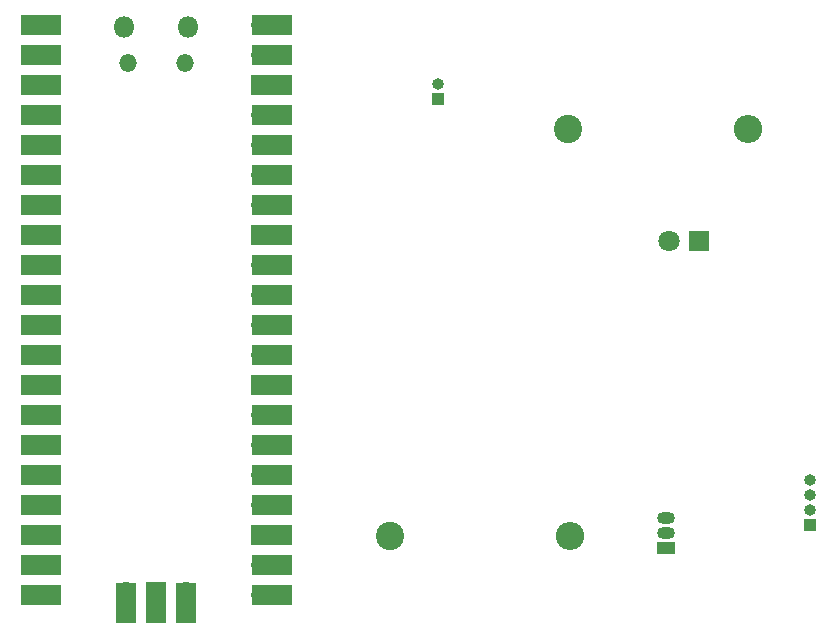
<source format=gbr>
%TF.GenerationSoftware,KiCad,Pcbnew,8.0.0*%
%TF.CreationDate,2024-03-27T21:15:47-03:00*%
%TF.ProjectId,pcb-atividade,7063622d-6174-4697-9669-646164652e6b,rev?*%
%TF.SameCoordinates,Original*%
%TF.FileFunction,Soldermask,Top*%
%TF.FilePolarity,Negative*%
%FSLAX46Y46*%
G04 Gerber Fmt 4.6, Leading zero omitted, Abs format (unit mm)*
G04 Created by KiCad (PCBNEW 8.0.0) date 2024-03-27 21:15:47*
%MOMM*%
%LPD*%
G01*
G04 APERTURE LIST*
%ADD10R,1.500000X1.050000*%
%ADD11O,1.500000X1.050000*%
%ADD12R,1.000000X1.000000*%
%ADD13O,1.000000X1.000000*%
%ADD14O,2.400000X2.400000*%
%ADD15C,2.400000*%
%ADD16R,1.700000X3.500000*%
%ADD17O,1.700000X1.700000*%
%ADD18R,1.700000X1.700000*%
%ADD19R,3.500000X1.700000*%
%ADD20O,1.800000X1.800000*%
%ADD21O,1.500000X1.500000*%
%ADD22R,1.800000X1.800000*%
%ADD23C,1.800000*%
G04 APERTURE END LIST*
D10*
%TO.C,Q1*%
X134275000Y-94500000D03*
D11*
X134275000Y-93230000D03*
X134275000Y-91960000D03*
%TD*%
D12*
%TO.C,J3*%
X146500000Y-92530000D03*
D13*
X146500000Y-91260000D03*
X146500000Y-89990000D03*
X146500000Y-88720000D03*
%TD*%
D14*
%TO.C,R1*%
X141240000Y-59000000D03*
D15*
X126000000Y-59000000D03*
%TD*%
%TO.C,R2*%
X110880000Y-93500000D03*
D14*
X126120000Y-93500000D03*
%TD*%
D16*
%TO.C,U1*%
X93650000Y-99170000D03*
D17*
X93650000Y-98270000D03*
D16*
X91110000Y-99170000D03*
D18*
X91110000Y-98270000D03*
D16*
X88570000Y-99170000D03*
D17*
X88570000Y-98270000D03*
D19*
X100900000Y-50240000D03*
D17*
X100000000Y-50240000D03*
D19*
X100900000Y-52780000D03*
D17*
X100000000Y-52780000D03*
D19*
X100900000Y-55320000D03*
D18*
X100000000Y-55320000D03*
D19*
X100900000Y-57860000D03*
D17*
X100000000Y-57860000D03*
D19*
X100900000Y-60400000D03*
D17*
X100000000Y-60400000D03*
D19*
X100900000Y-62940000D03*
D17*
X100000000Y-62940000D03*
D19*
X100900000Y-65480000D03*
D17*
X100000000Y-65480000D03*
D19*
X100900000Y-68020000D03*
D18*
X100000000Y-68020000D03*
D19*
X100900000Y-70560000D03*
D17*
X100000000Y-70560000D03*
D19*
X100900000Y-73100000D03*
D17*
X100000000Y-73100000D03*
D19*
X100900000Y-75640000D03*
D17*
X100000000Y-75640000D03*
D19*
X100900000Y-78180000D03*
D17*
X100000000Y-78180000D03*
D19*
X100900000Y-80720000D03*
D18*
X100000000Y-80720000D03*
D19*
X100900000Y-83260000D03*
D17*
X100000000Y-83260000D03*
D19*
X100900000Y-85800000D03*
D17*
X100000000Y-85800000D03*
D19*
X100900000Y-88340000D03*
D17*
X100000000Y-88340000D03*
D19*
X100900000Y-90880000D03*
D17*
X100000000Y-90880000D03*
D19*
X100900000Y-93420000D03*
D18*
X100000000Y-93420000D03*
D19*
X100900000Y-95960000D03*
D17*
X100000000Y-95960000D03*
D19*
X100900000Y-98500000D03*
D17*
X100000000Y-98500000D03*
D19*
X81320000Y-98500000D03*
D17*
X82220000Y-98500000D03*
D19*
X81320000Y-95960000D03*
D17*
X82220000Y-95960000D03*
D19*
X81320000Y-93420000D03*
D18*
X82220000Y-93420000D03*
D19*
X81320000Y-90880000D03*
D17*
X82220000Y-90880000D03*
D19*
X81320000Y-88340000D03*
D17*
X82220000Y-88340000D03*
D19*
X81320000Y-85800000D03*
D17*
X82220000Y-85800000D03*
D19*
X81320000Y-83260000D03*
D17*
X82220000Y-83260000D03*
D19*
X81320000Y-80720000D03*
D18*
X82220000Y-80720000D03*
D19*
X81320000Y-78180000D03*
D17*
X82220000Y-78180000D03*
D19*
X81320000Y-75640000D03*
D17*
X82220000Y-75640000D03*
D19*
X81320000Y-73100000D03*
D17*
X82220000Y-73100000D03*
D19*
X81320000Y-70560000D03*
D17*
X82220000Y-70560000D03*
D19*
X81320000Y-68020000D03*
D18*
X82220000Y-68020000D03*
D19*
X81320000Y-65480000D03*
D17*
X82220000Y-65480000D03*
D19*
X81320000Y-62940000D03*
D17*
X82220000Y-62940000D03*
D19*
X81320000Y-60400000D03*
D17*
X82220000Y-60400000D03*
D19*
X81320000Y-57860000D03*
D17*
X82220000Y-57860000D03*
D19*
X81320000Y-55320000D03*
D18*
X82220000Y-55320000D03*
D19*
X81320000Y-52780000D03*
D17*
X82220000Y-52780000D03*
D19*
X81320000Y-50240000D03*
D17*
X82220000Y-50240000D03*
D20*
X93835000Y-50370000D03*
D21*
X93535000Y-53400000D03*
X88685000Y-53400000D03*
D20*
X88385000Y-50370000D03*
%TD*%
D12*
%TO.C,J1*%
X115000000Y-56500000D03*
D13*
X115000000Y-55230000D03*
%TD*%
D22*
%TO.C,D1*%
X137040000Y-68500000D03*
D23*
X134500000Y-68500000D03*
%TD*%
M02*

</source>
